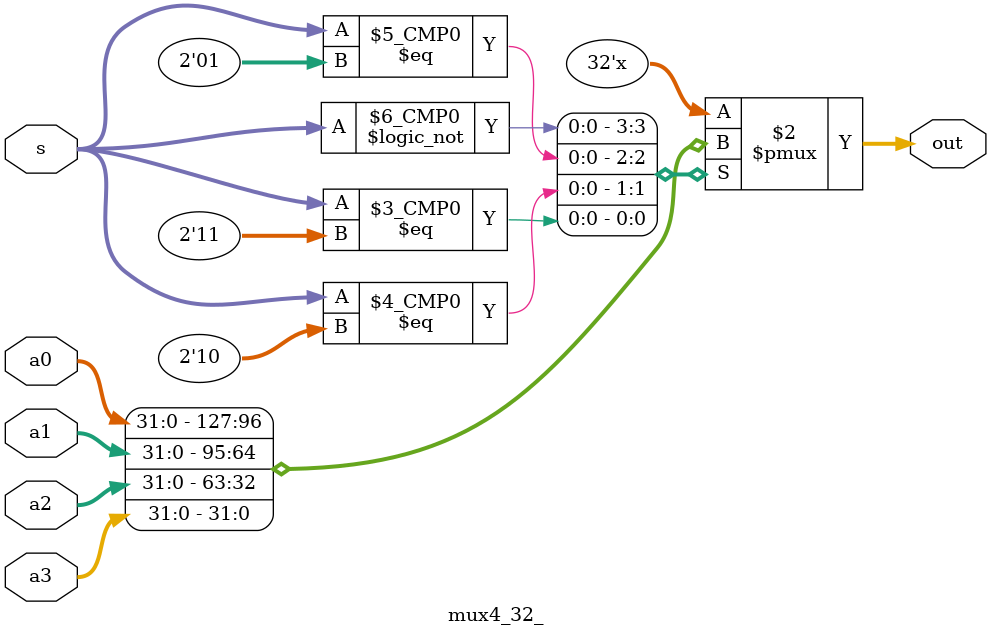
<source format=v>
module mux4_32_ (a0,
                 a1,
                 a2,
                 a3,
                 s,
                 out);
    
    input [31:0]  a0,a1,a2,a3;
    input [1:0]  s;
    
    output [31:0] out;
    reg [31:0] out;
    
    
    always @(*) begin
        
        case (s)
            
            2'b00: out = a0;
            2'b01: out = a1;
            2'b10: out = a2;
            2'b11: out = a3;
            
        endcase
        
    end
    
    // assign out = y;
    
endmodule

</source>
